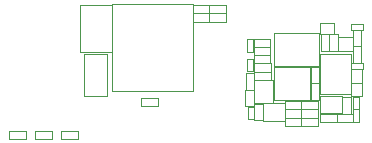
<source format=gbr>
G04 #@! TF.GenerationSoftware,KiCad,Pcbnew,(5.1.6)-1*
G04 #@! TF.CreationDate,2020-12-05T12:50:13+08:00*
G04 #@! TF.ProjectId,qomu-board,716f6d75-2d62-46f6-9172-642e6b696361,rev?*
G04 #@! TF.SameCoordinates,Original*
G04 #@! TF.FileFunction,Other,User*
%FSLAX46Y46*%
G04 Gerber Fmt 4.6, Leading zero omitted, Abs format (unit mm)*
G04 Created by KiCad (PCBNEW (5.1.6)-1) date 2020-12-05 12:50:13*
%MOMM*%
%LPD*%
G01*
G04 APERTURE LIST*
%ADD10C,0.050000*%
%ADD11C,0.030000*%
G04 APERTURE END LIST*
D10*
X39440000Y-24656000D02*
X39440000Y-26156000D01*
X41260000Y-24656000D02*
X39440000Y-24656000D01*
X41260000Y-26156000D02*
X41260000Y-24656000D01*
X39440000Y-26156000D02*
X41260000Y-26156000D01*
X36440000Y-26800000D02*
X36440000Y-25300000D01*
X34620000Y-26800000D02*
X36440000Y-26800000D01*
X34620000Y-25300000D02*
X34620000Y-26800000D01*
X36440000Y-25300000D02*
X34620000Y-25300000D01*
X42000000Y-21150000D02*
X39400000Y-21150000D01*
X39400000Y-21150000D02*
X39400000Y-24550000D01*
X39400000Y-24550000D02*
X42000000Y-24550000D01*
X42000000Y-24550000D02*
X42000000Y-21150000D01*
X21795000Y-16890000D02*
X28655000Y-16890000D01*
X21795000Y-16890000D02*
X21795000Y-24250000D01*
X28655000Y-16890000D02*
X28655000Y-24250000D01*
X21795000Y-24250000D02*
X28655000Y-24250000D01*
X37850000Y-25120000D02*
X37850000Y-25820000D01*
X37850000Y-25820000D02*
X39250000Y-25820000D01*
X39250000Y-25820000D02*
X39250000Y-25120000D01*
X39250000Y-25120000D02*
X37850000Y-25120000D01*
X36450000Y-25120000D02*
X36450000Y-25820000D01*
X36450000Y-25820000D02*
X37850000Y-25820000D01*
X37850000Y-25820000D02*
X37850000Y-25120000D01*
X37850000Y-25120000D02*
X36450000Y-25120000D01*
D11*
X42173000Y-19670000D02*
X40973000Y-19670000D01*
X40973000Y-19670000D02*
X40973000Y-20870000D01*
X40973000Y-20870000D02*
X42173000Y-20870000D01*
X42173000Y-20870000D02*
X42173000Y-19670000D01*
D10*
X40570000Y-18500000D02*
X39430000Y-18500000D01*
X39430000Y-18500000D02*
X39430000Y-19440000D01*
X39430000Y-19440000D02*
X40570000Y-19440000D01*
X40570000Y-19440000D02*
X40570000Y-18500000D01*
X42970000Y-23570000D02*
X42970000Y-22430000D01*
X42970000Y-22430000D02*
X42030000Y-22430000D01*
X42030000Y-22430000D02*
X42030000Y-23570000D01*
X42030000Y-23570000D02*
X42970000Y-23570000D01*
X42970000Y-24720000D02*
X42970000Y-23580000D01*
X42970000Y-23580000D02*
X42030000Y-23580000D01*
X42030000Y-23580000D02*
X42030000Y-24720000D01*
X42030000Y-24720000D02*
X42970000Y-24720000D01*
X35468000Y-23342500D02*
X35468000Y-25242500D01*
X35468000Y-25242500D02*
X33828000Y-25242500D01*
X33828000Y-25242500D02*
X33828000Y-23342500D01*
X33828000Y-23342500D02*
X35468000Y-23342500D01*
X21785000Y-17020000D02*
X21785000Y-20930000D01*
X19135000Y-20930000D02*
X21785000Y-20930000D01*
X19135000Y-17020000D02*
X19135000Y-20930000D01*
X19135000Y-17020000D02*
X21785000Y-17020000D01*
X35498000Y-19361000D02*
X35498000Y-22161000D01*
X39298000Y-19361000D02*
X35498000Y-19361000D01*
X39298000Y-22161000D02*
X39298000Y-19361000D01*
X35498000Y-22161000D02*
X39298000Y-22161000D01*
X35500000Y-25020000D02*
X38600000Y-25020000D01*
X38600000Y-25020000D02*
X38600000Y-22220000D01*
X38600000Y-22220000D02*
X35500000Y-22220000D01*
X35500000Y-22220000D02*
X35500000Y-25020000D01*
X16700000Y-28350000D02*
X16700000Y-27650000D01*
X16700000Y-27650000D02*
X15300000Y-27650000D01*
X15300000Y-27650000D02*
X15300000Y-28350000D01*
X15300000Y-28350000D02*
X16700000Y-28350000D01*
X13100000Y-27650000D02*
X13100000Y-28350000D01*
X13100000Y-28350000D02*
X14500000Y-28350000D01*
X14500000Y-28350000D02*
X14500000Y-27650000D01*
X14500000Y-27650000D02*
X13100000Y-27650000D01*
X19425000Y-21145000D02*
X19425000Y-24645000D01*
X19425000Y-24645000D02*
X21425000Y-24645000D01*
X21425000Y-24645000D02*
X21425000Y-21145000D01*
X21425000Y-21145000D02*
X19425000Y-21145000D01*
X31460000Y-17690000D02*
X31460000Y-16990000D01*
X31460000Y-16990000D02*
X30060000Y-16990000D01*
X30060000Y-16990000D02*
X30060000Y-17690000D01*
X30060000Y-17690000D02*
X31460000Y-17690000D01*
X30060000Y-17695000D02*
X30060000Y-18395000D01*
X30060000Y-18395000D02*
X31460000Y-18395000D01*
X31460000Y-18395000D02*
X31460000Y-17695000D01*
X31460000Y-17695000D02*
X30060000Y-17695000D01*
X39250000Y-26520000D02*
X39250000Y-25820000D01*
X39250000Y-25820000D02*
X37850000Y-25820000D01*
X37850000Y-25820000D02*
X37850000Y-26520000D01*
X37850000Y-26520000D02*
X39250000Y-26520000D01*
X35250000Y-22620000D02*
X35250000Y-21920000D01*
X35250000Y-21920000D02*
X33850000Y-21920000D01*
X33850000Y-21920000D02*
X33850000Y-22620000D01*
X33850000Y-22620000D02*
X35250000Y-22620000D01*
X33100000Y-25570000D02*
X33800000Y-25570000D01*
X33800000Y-25570000D02*
X33800000Y-24170000D01*
X33800000Y-24170000D02*
X33100000Y-24170000D01*
X33100000Y-24170000D02*
X33100000Y-25570000D01*
X33110000Y-24170000D02*
X33810000Y-24170000D01*
X33810000Y-24170000D02*
X33810000Y-22770000D01*
X33810000Y-22770000D02*
X33110000Y-22770000D01*
X33110000Y-22770000D02*
X33110000Y-24170000D01*
X42200000Y-21870000D02*
X42900000Y-21870000D01*
X42900000Y-21870000D02*
X42900000Y-20470000D01*
X42900000Y-20470000D02*
X42200000Y-20470000D01*
X42200000Y-20470000D02*
X42200000Y-21870000D01*
X42900000Y-20470000D02*
X42900000Y-19070000D01*
X42200000Y-20470000D02*
X42900000Y-20470000D01*
X42200000Y-19070000D02*
X42200000Y-20470000D01*
X42900000Y-19070000D02*
X42200000Y-19070000D01*
X40900000Y-19470000D02*
X40200000Y-19470000D01*
X40200000Y-19470000D02*
X40200000Y-20870000D01*
X40200000Y-20870000D02*
X40900000Y-20870000D01*
X40900000Y-20870000D02*
X40900000Y-19470000D01*
X28660000Y-17695000D02*
X28660000Y-18395000D01*
X28660000Y-18395000D02*
X30060000Y-18395000D01*
X30060000Y-18395000D02*
X30060000Y-17695000D01*
X30060000Y-17695000D02*
X28660000Y-17695000D01*
X28660000Y-16990000D02*
X28660000Y-17690000D01*
X28660000Y-17690000D02*
X30060000Y-17690000D01*
X30060000Y-17690000D02*
X30060000Y-16990000D01*
X30060000Y-16990000D02*
X28660000Y-16990000D01*
X35188000Y-21220000D02*
X35188000Y-20520000D01*
X35188000Y-20520000D02*
X33788000Y-20520000D01*
X33788000Y-20520000D02*
X33788000Y-21220000D01*
X33788000Y-21220000D02*
X35188000Y-21220000D01*
X35188000Y-20520000D02*
X35188000Y-19820000D01*
X35188000Y-19820000D02*
X33788000Y-19820000D01*
X33788000Y-19820000D02*
X33788000Y-20520000D01*
X33788000Y-20520000D02*
X35188000Y-20520000D01*
X35188000Y-21920000D02*
X35188000Y-21220000D01*
X35188000Y-21220000D02*
X33788000Y-21220000D01*
X33788000Y-21220000D02*
X33788000Y-21920000D01*
X33788000Y-21920000D02*
X35188000Y-21920000D01*
X18900000Y-28350000D02*
X18900000Y-27650000D01*
X18900000Y-27650000D02*
X17500000Y-27650000D01*
X17500000Y-27650000D02*
X17500000Y-28350000D01*
X17500000Y-28350000D02*
X18900000Y-28350000D01*
X40850000Y-26170000D02*
X40850000Y-26870000D01*
X40850000Y-26870000D02*
X42250000Y-26870000D01*
X42250000Y-26870000D02*
X42250000Y-26170000D01*
X42250000Y-26170000D02*
X40850000Y-26170000D01*
X39250000Y-27220000D02*
X39250000Y-26520000D01*
X39250000Y-26520000D02*
X37850000Y-26520000D01*
X37850000Y-26520000D02*
X37850000Y-27220000D01*
X37850000Y-27220000D02*
X39250000Y-27220000D01*
X33768000Y-20940000D02*
X33768000Y-19890000D01*
X33768000Y-19890000D02*
X33268000Y-19890000D01*
X33268000Y-19890000D02*
X33268000Y-20940000D01*
X33268000Y-20940000D02*
X33768000Y-20940000D01*
X33278000Y-21510000D02*
X33278000Y-22560000D01*
X33278000Y-22560000D02*
X33778000Y-22560000D01*
X33778000Y-22560000D02*
X33778000Y-21510000D01*
X33778000Y-21510000D02*
X33278000Y-21510000D01*
X33300000Y-25610000D02*
X33300000Y-26660000D01*
X33300000Y-26660000D02*
X33800000Y-26660000D01*
X33800000Y-26660000D02*
X33800000Y-25610000D01*
X33800000Y-25610000D02*
X33300000Y-25610000D01*
X42750000Y-26845000D02*
X42750000Y-25795000D01*
X42750000Y-25795000D02*
X42250000Y-25795000D01*
X42250000Y-25795000D02*
X42250000Y-26845000D01*
X42250000Y-26845000D02*
X42750000Y-26845000D01*
X43075000Y-21900000D02*
X42025000Y-21900000D01*
X42025000Y-21900000D02*
X42025000Y-22400000D01*
X42025000Y-22400000D02*
X43075000Y-22400000D01*
X43075000Y-22400000D02*
X43075000Y-21900000D01*
X42250000Y-24745000D02*
X42250000Y-25795000D01*
X42250000Y-25795000D02*
X42750000Y-25795000D01*
X42750000Y-25795000D02*
X42750000Y-24745000D01*
X42750000Y-24745000D02*
X42250000Y-24745000D01*
X43075000Y-18570000D02*
X42025000Y-18570000D01*
X42025000Y-18570000D02*
X42025000Y-19070000D01*
X42025000Y-19070000D02*
X43075000Y-19070000D01*
X43075000Y-19070000D02*
X43075000Y-18570000D01*
X25700000Y-25520000D02*
X25700000Y-24820000D01*
X25700000Y-24820000D02*
X24300000Y-24820000D01*
X24300000Y-24820000D02*
X24300000Y-25520000D01*
X24300000Y-25520000D02*
X25700000Y-25520000D01*
X39450000Y-26170000D02*
X39450000Y-26870000D01*
X39450000Y-26870000D02*
X40850000Y-26870000D01*
X40850000Y-26870000D02*
X40850000Y-26170000D01*
X40850000Y-26170000D02*
X39450000Y-26170000D01*
X38650000Y-23620000D02*
X39350000Y-23620000D01*
X39350000Y-23620000D02*
X39350000Y-22220000D01*
X39350000Y-22220000D02*
X38650000Y-22220000D01*
X38650000Y-22220000D02*
X38650000Y-23620000D01*
X36450000Y-25820000D02*
X36450000Y-26520000D01*
X36450000Y-26520000D02*
X37850000Y-26520000D01*
X37850000Y-26520000D02*
X37850000Y-25820000D01*
X37850000Y-25820000D02*
X36450000Y-25820000D01*
X39350000Y-23620000D02*
X38650000Y-23620000D01*
X38650000Y-23620000D02*
X38650000Y-25020000D01*
X38650000Y-25020000D02*
X39350000Y-25020000D01*
X39350000Y-25020000D02*
X39350000Y-23620000D01*
X36450000Y-26520000D02*
X36450000Y-27220000D01*
X36450000Y-27220000D02*
X37850000Y-27220000D01*
X37850000Y-27220000D02*
X37850000Y-26520000D01*
X37850000Y-26520000D02*
X36450000Y-26520000D01*
X40200000Y-19470000D02*
X39500000Y-19470000D01*
X39500000Y-19470000D02*
X39500000Y-20870000D01*
X39500000Y-20870000D02*
X40200000Y-20870000D01*
X40200000Y-20870000D02*
X40200000Y-19470000D01*
X35250000Y-23320000D02*
X35250000Y-22620000D01*
X35250000Y-22620000D02*
X33850000Y-22620000D01*
X33850000Y-22620000D02*
X33850000Y-23320000D01*
X33850000Y-23320000D02*
X35250000Y-23320000D01*
X41300000Y-26170000D02*
X42000000Y-26170000D01*
X42000000Y-26170000D02*
X42000000Y-24770000D01*
X42000000Y-24770000D02*
X41300000Y-24770000D01*
X41300000Y-24770000D02*
X41300000Y-26170000D01*
X34550000Y-25320000D02*
X33850000Y-25320000D01*
X33850000Y-25320000D02*
X33850000Y-26720000D01*
X33850000Y-26720000D02*
X34550000Y-26720000D01*
X34550000Y-26720000D02*
X34550000Y-25320000D01*
M02*

</source>
